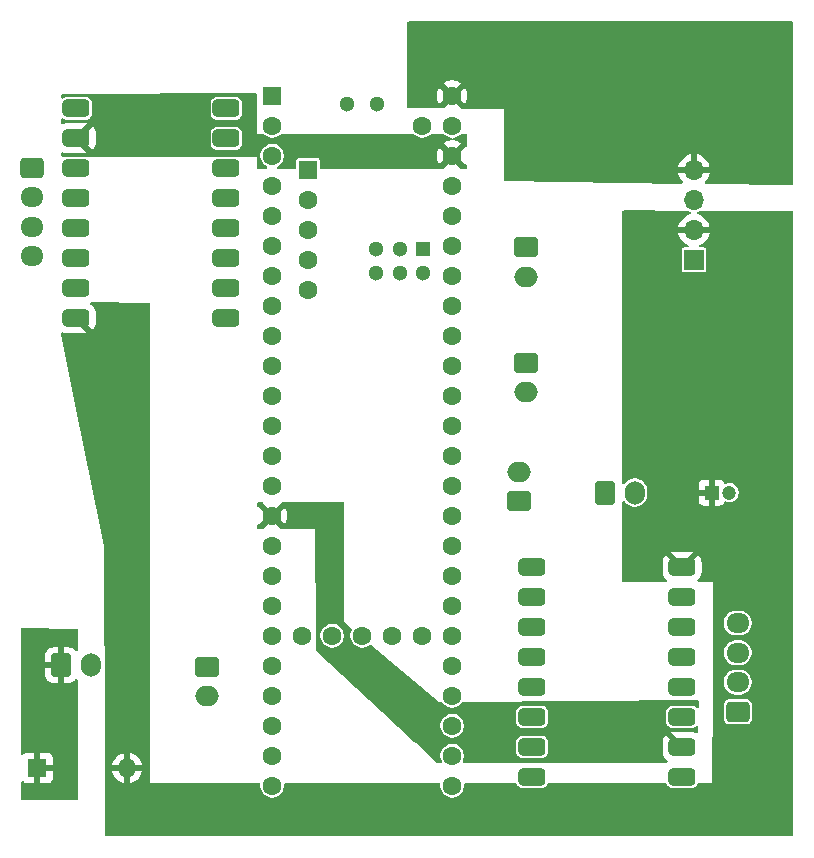
<source format=gbr>
%TF.GenerationSoftware,KiCad,Pcbnew,9.0.1*%
%TF.CreationDate,2025-05-12T19:20:38-04:00*%
%TF.ProjectId,science-board-new,73636965-6e63-4652-9d62-6f6172642d6e,rev?*%
%TF.SameCoordinates,Original*%
%TF.FileFunction,Copper,L3,Inr*%
%TF.FilePolarity,Positive*%
%FSLAX46Y46*%
G04 Gerber Fmt 4.6, Leading zero omitted, Abs format (unit mm)*
G04 Created by KiCad (PCBNEW 9.0.1) date 2025-05-12 19:20:38*
%MOMM*%
%LPD*%
G01*
G04 APERTURE LIST*
G04 Aperture macros list*
%AMRoundRect*
0 Rectangle with rounded corners*
0 $1 Rounding radius*
0 $2 $3 $4 $5 $6 $7 $8 $9 X,Y pos of 4 corners*
0 Add a 4 corners polygon primitive as box body*
4,1,4,$2,$3,$4,$5,$6,$7,$8,$9,$2,$3,0*
0 Add four circle primitives for the rounded corners*
1,1,$1+$1,$2,$3*
1,1,$1+$1,$4,$5*
1,1,$1+$1,$6,$7*
1,1,$1+$1,$8,$9*
0 Add four rect primitives between the rounded corners*
20,1,$1+$1,$2,$3,$4,$5,0*
20,1,$1+$1,$4,$5,$6,$7,0*
20,1,$1+$1,$6,$7,$8,$9,0*
20,1,$1+$1,$8,$9,$2,$3,0*%
G04 Aperture macros list end*
%TA.AperFunction,ComponentPad*%
%ADD10O,1.600000X1.600000*%
%TD*%
%TA.AperFunction,ComponentPad*%
%ADD11R,1.600000X1.600000*%
%TD*%
%TA.AperFunction,ComponentPad*%
%ADD12O,1.700000X2.000000*%
%TD*%
%TA.AperFunction,ComponentPad*%
%ADD13RoundRect,0.250000X-0.600000X-0.750000X0.600000X-0.750000X0.600000X0.750000X-0.600000X0.750000X0*%
%TD*%
%TA.AperFunction,ComponentPad*%
%ADD14R,1.700000X1.700000*%
%TD*%
%TA.AperFunction,ComponentPad*%
%ADD15O,1.700000X1.700000*%
%TD*%
%TA.AperFunction,ComponentPad*%
%ADD16RoundRect,0.250000X0.725000X-0.600000X0.725000X0.600000X-0.725000X0.600000X-0.725000X-0.600000X0*%
%TD*%
%TA.AperFunction,ComponentPad*%
%ADD17O,1.950000X1.700000*%
%TD*%
%TA.AperFunction,ComponentPad*%
%ADD18RoundRect,0.381000X0.762000X0.381000X-0.762000X0.381000X-0.762000X-0.381000X0.762000X-0.381000X0*%
%TD*%
%TA.AperFunction,ComponentPad*%
%ADD19RoundRect,0.381000X-0.762000X-0.381000X0.762000X-0.381000X0.762000X0.381000X-0.762000X0.381000X0*%
%TD*%
%TA.AperFunction,ComponentPad*%
%ADD20RoundRect,0.250000X-0.750000X0.600000X-0.750000X-0.600000X0.750000X-0.600000X0.750000X0.600000X0*%
%TD*%
%TA.AperFunction,ComponentPad*%
%ADD21O,2.000000X1.700000*%
%TD*%
%TA.AperFunction,ComponentPad*%
%ADD22C,1.600000*%
%TD*%
%TA.AperFunction,ComponentPad*%
%ADD23R,1.300000X1.300000*%
%TD*%
%TA.AperFunction,ComponentPad*%
%ADD24C,1.300000*%
%TD*%
%TA.AperFunction,ComponentPad*%
%ADD25R,1.200000X1.200000*%
%TD*%
%TA.AperFunction,ComponentPad*%
%ADD26C,1.200000*%
%TD*%
%TA.AperFunction,ComponentPad*%
%ADD27RoundRect,0.250000X-0.725000X0.600000X-0.725000X-0.600000X0.725000X-0.600000X0.725000X0.600000X0*%
%TD*%
%TA.AperFunction,ComponentPad*%
%ADD28RoundRect,0.250000X0.750000X-0.600000X0.750000X0.600000X-0.750000X0.600000X-0.750000X-0.600000X0*%
%TD*%
%TA.AperFunction,Conductor*%
%ADD29C,0.200000*%
%TD*%
G04 APERTURE END LIST*
D10*
%TO.N,Net-(24To5V1-Vin)*%
%TO.C,Switch1*%
X78102500Y-128700000D03*
D11*
%TO.N,Net-(24V1-Pin_1)*%
X70482500Y-128700000D03*
%TD*%
D12*
%TO.N,/GND_Teensy*%
%TO.C,24V1*%
X75000000Y-120000000D03*
D13*
%TO.N,Net-(24V1-Pin_1)*%
X72500000Y-120000000D03*
%TD*%
%TO.N,/TX_Serial_3*%
%TO.C,Serial3*%
X118580000Y-105390000D03*
D12*
%TO.N,/RX_Serial_3*%
X121080000Y-105390000D03*
%TD*%
D14*
%TO.N,unconnected-(24To5V1-SHDN-Pad1)*%
%TO.C,24To5V1*%
X126080000Y-85690000D03*
D15*
%TO.N,Net-(24To5V1-Vin)*%
X126080000Y-83150000D03*
%TO.N,/GND_Teensy*%
X126080000Y-80610000D03*
%TO.N,Net-(24To5V1-Vout)*%
X126080000Y-78070000D03*
%TD*%
D16*
%TO.N,Net-(Stepper2-Pin_1)*%
%TO.C,Stepper2*%
X129800000Y-123940000D03*
D17*
%TO.N,Net-(Stepper2-Pin_2)*%
X129800000Y-121440000D03*
%TO.N,Net-(Stepper2-Pin_3)*%
X129800000Y-118940000D03*
%TO.N,Net-(Stepper2-Pin_4)*%
X129800000Y-116440000D03*
%TD*%
D18*
%TO.N,/OUT_2*%
%TO.C,StepperController1*%
X86500000Y-90640000D03*
%TO.N,unconnected-(StepperController1-MS1-Pad2)*%
X86500000Y-88100000D03*
%TO.N,unconnected-(StepperController1-MS2-Pad3)*%
X86500000Y-85560000D03*
%TO.N,/TX_Stepper_Motor_1*%
X86500000Y-83020000D03*
%TO.N,/RX_Stepper_Motor_1*%
X86500000Y-80480000D03*
%TO.N,unconnected-(StepperController1-CLK-Pad6)*%
X86500000Y-77940000D03*
%TO.N,/STEP_Stepper_Motor_1*%
X86500000Y-75400000D03*
%TO.N,/DIR_Stepper_Motor_1*%
X86500000Y-72860000D03*
%TO.N,Net-(24To5V1-Vin)*%
X73800000Y-90640000D03*
%TO.N,/GND_Teensy*%
X73800000Y-88100000D03*
%TO.N,Net-(Stepper1-Pin_4)*%
X73800000Y-85560000D03*
%TO.N,Net-(Stepper1-Pin_3)*%
X73800000Y-83020000D03*
%TO.N,Net-(Stepper1-Pin_2)*%
X73800000Y-80480000D03*
%TO.N,Net-(Stepper1-Pin_1)*%
X73800000Y-77940000D03*
%TO.N,/3v3_Stepper_Motor_1*%
X73800000Y-75400000D03*
%TO.N,/GND_Teensy*%
X73800000Y-72860000D03*
%TD*%
D19*
%TO.N,/OUT_1*%
%TO.C,StepperController2*%
X112380000Y-111690000D03*
%TO.N,unconnected-(StepperController2-MS1-Pad2)*%
X112380000Y-114230000D03*
%TO.N,unconnected-(StepperController2-MS2-Pad3)*%
X112380000Y-116770000D03*
%TO.N,/TX_Stepper_Motor_2*%
X112380000Y-119310000D03*
%TO.N,/RX_Stepper_Motor_2*%
X112380000Y-121850000D03*
%TO.N,unconnected-(StepperController2-CLK-Pad6)*%
X112380000Y-124390000D03*
%TO.N,/STEP_Stepper_Motor_2*%
X112380000Y-126930000D03*
%TO.N,/DIR_Stepper_Motor_2*%
X112380000Y-129470000D03*
%TO.N,Net-(24To5V1-Vin)*%
X125080000Y-111690000D03*
%TO.N,/GND_Teensy*%
X125080000Y-114230000D03*
%TO.N,Net-(Stepper2-Pin_4)*%
X125080000Y-116770000D03*
%TO.N,Net-(Stepper2-Pin_3)*%
X125080000Y-119310000D03*
%TO.N,Net-(Stepper2-Pin_2)*%
X125080000Y-121850000D03*
%TO.N,Net-(Stepper2-Pin_1)*%
X125080000Y-124390000D03*
%TO.N,/3v3_Stepper_Motor_2*%
X125080000Y-126930000D03*
%TO.N,/GND_Teensy*%
X125080000Y-129470000D03*
%TD*%
D20*
%TO.N,/RX_drill*%
%TO.C,BrushedMotorControllerSerial1*%
X84880000Y-120140000D03*
D21*
%TO.N,/TX_drill*%
X84880000Y-122640000D03*
%TD*%
D11*
%TO.N,/GND_Teensy*%
%TO.C,U1*%
X90370000Y-71790000D03*
D22*
%TO.N,/RX_Stepper_Motor_1*%
X90370000Y-74330000D03*
%TO.N,/TX_Stepper_Motor_1*%
X90370000Y-76870000D03*
%TO.N,/OUT_2*%
X90370000Y-79410000D03*
%TO.N,unconnected-(U1-3_LRCLK2-Pad5)*%
X90370000Y-81950000D03*
%TO.N,unconnected-(U1-4_BCLK2-Pad6)*%
X90370000Y-84490000D03*
%TO.N,unconnected-(U1-5_IN2-Pad7)*%
X90370000Y-87030000D03*
%TO.N,unconnected-(U1-6_OUT1D-Pad8)*%
X90370000Y-89570000D03*
%TO.N,/RX_Stepper_Motor_2*%
X90370000Y-92110000D03*
%TO.N,/TX_Stepper_Motor_2*%
X90370000Y-94650000D03*
%TO.N,/OUT_1*%
X90370000Y-97190000D03*
%TO.N,/DIR_Stepper_Motor_2*%
X90370000Y-99730000D03*
%TO.N,/STEP_Stepper_Motor_2*%
X90370000Y-102270000D03*
%TO.N,/STEP_Stepper_Motor_1*%
X90370000Y-104810000D03*
%TO.N,/3v3_Stepper_Motor_2*%
X90370000Y-107350000D03*
%TO.N,unconnected-(U1-24_A10_TX6_SCL2-Pad16)*%
X90370000Y-109890000D03*
%TO.N,unconnected-(U1-25_A11_RX6_SDA2-Pad17)*%
X90370000Y-112430000D03*
%TO.N,unconnected-(U1-26_A12_MOSI1-Pad18)*%
X90370000Y-114970000D03*
%TO.N,/DIR_Stepper_Motor_1*%
X90370000Y-117510000D03*
%TO.N,/RX_drill*%
X90370000Y-120050000D03*
%TO.N,/TX_drill*%
X90370000Y-122590000D03*
%TO.N,unconnected-(U1-30_CRX3-Pad22)*%
X90370000Y-125130000D03*
%TO.N,unconnected-(U1-31_CTX3-Pad23)*%
X90370000Y-127670000D03*
%TO.N,unconnected-(U1-32_OUT1B-Pad24)*%
X90370000Y-130210000D03*
%TO.N,unconnected-(U1-33_MCLK2-Pad25)*%
X105610000Y-130210000D03*
%TO.N,/RX_Serial_3*%
X105610000Y-127670000D03*
%TO.N,/TX_Serial_3*%
X105610000Y-125130000D03*
%TO.N,unconnected-(U1-36_CS-Pad28)*%
X105610000Y-122590000D03*
%TO.N,unconnected-(U1-37_CS-Pad29)*%
X105610000Y-120050000D03*
%TO.N,unconnected-(U1-38_CS1_IN1-Pad30)*%
X105610000Y-117510000D03*
%TO.N,unconnected-(U1-39_MISO1_OUT1A-Pad31)*%
X105610000Y-114970000D03*
%TO.N,unconnected-(U1-40_A16-Pad32)*%
X105610000Y-112430000D03*
%TO.N,unconnected-(U1-41_A17-Pad33)*%
X105610000Y-109890000D03*
%TO.N,/GND_Teensy*%
X105610000Y-107350000D03*
%TO.N,unconnected-(U1-13_SCK_LED-Pad35)*%
X105610000Y-104810000D03*
%TO.N,/TX_Serial_2*%
X105610000Y-102270000D03*
%TO.N,/RX_Serial_2*%
X105610000Y-99730000D03*
%TO.N,/RX_Serial_1*%
X105610000Y-97190000D03*
%TO.N,/TX_Serial_1*%
X105610000Y-94650000D03*
%TO.N,unconnected-(U1-18_A4_SDA-Pad40)*%
X105610000Y-92110000D03*
%TO.N,unconnected-(U1-19_A5_SCL-Pad41)*%
X105610000Y-89570000D03*
%TO.N,/TX_5_H_Bridge*%
X105610000Y-87030000D03*
%TO.N,/RX_5_H_Bridge*%
X105610000Y-84490000D03*
%TO.N,unconnected-(U1-22_A8_CTX1-Pad44)*%
X105610000Y-81950000D03*
%TO.N,unconnected-(U1-23_A9_CRX1_MCLK1-Pad45)*%
X105610000Y-79410000D03*
%TO.N,/3v3_Stepper_Motor_1*%
X105610000Y-76870000D03*
%TO.N,/GND_Teensy*%
X105610000Y-74330000D03*
%TO.N,Net-(24To5V1-Vout)*%
X105610000Y-71790000D03*
%TO.N,unconnected-(U1-VUSB-Pad49)*%
X103070000Y-74330000D03*
%TO.N,unconnected-(U1-VBAT-Pad50)*%
X92910000Y-117510000D03*
%TO.N,unconnected-(U1-3V3-Pad51)*%
X95450000Y-117510000D03*
%TO.N,unconnected-(U1-GND-Pad52)*%
X97990000Y-117510000D03*
%TO.N,unconnected-(U1-PROGRAM-Pad53)*%
X100530000Y-117510000D03*
%TO.N,unconnected-(U1-ON_OFF-Pad54)*%
X103070000Y-117510000D03*
D11*
%TO.N,unconnected-(U1-5V-Pad55)*%
X93420800Y-78089200D03*
D22*
%TO.N,unconnected-(U1-D--Pad56)*%
X93420800Y-80629200D03*
%TO.N,unconnected-(U1-D+-Pad57)*%
X93420800Y-83169200D03*
%TO.N,unconnected-(U1-GND-Pad58)*%
X93420800Y-85709200D03*
%TO.N,unconnected-(U1-GND-Pad59)*%
X93420800Y-88249200D03*
D23*
%TO.N,unconnected-(U1-R+-Pad60)*%
X103171600Y-84760000D03*
D24*
%TO.N,unconnected-(U1-LED-Pad61)*%
X101171600Y-84760000D03*
%TO.N,unconnected-(U1-T--Pad62)*%
X99171600Y-84760000D03*
%TO.N,unconnected-(U1-T+-Pad63)*%
X99171600Y-86760000D03*
%TO.N,unconnected-(U1-GND-Pad64)*%
X101171600Y-86760000D03*
%TO.N,unconnected-(U1-R--Pad65)*%
X103171600Y-86760000D03*
%TO.N,unconnected-(U1-D--Pad66)*%
X99260000Y-72520000D03*
%TO.N,unconnected-(U1-D+-Pad67)*%
X96720000Y-72520000D03*
%TD*%
D25*
%TO.N,Net-(24To5V1-Vin)*%
%TO.C,C1*%
X127580000Y-105390000D03*
D26*
%TO.N,/GND_Teensy*%
X129080000Y-105390000D03*
%TD*%
D20*
%TO.N,/TX_Serial_1*%
%TO.C,Serial1*%
X111880000Y-94390000D03*
D21*
%TO.N,/RX_Serial_1*%
X111880000Y-96890000D03*
%TD*%
D27*
%TO.N,Net-(Stepper1-Pin_1)*%
%TO.C,Stepper1*%
X70080000Y-77890000D03*
D17*
%TO.N,Net-(Stepper1-Pin_2)*%
X70080000Y-80390000D03*
%TO.N,Net-(Stepper1-Pin_3)*%
X70080000Y-82890000D03*
%TO.N,Net-(Stepper1-Pin_4)*%
X70080000Y-85390000D03*
%TD*%
D28*
%TO.N,/TX_Serial_2*%
%TO.C,Serial2*%
X111280000Y-106140000D03*
D21*
%TO.N,/RX_Serial_2*%
X111280000Y-103640000D03*
%TD*%
D20*
%TO.N,/RX_5_H_Bridge*%
%TO.C,H_Bridge_Serial1*%
X111880000Y-84640000D03*
D21*
%TO.N,/TX_5_H_Bridge*%
X111880000Y-87140000D03*
%TD*%
D29*
%TO.N,Net-(24V1-Pin_1)*%
X72500000Y-120000000D02*
X72900000Y-119600000D01*
%TD*%
%TA.AperFunction,Conductor*%
%TO.N,/3v3_Stepper_Motor_2*%
G36*
X96392328Y-106170077D02*
G01*
X96438441Y-106222568D01*
X96450000Y-106274846D01*
X96450000Y-116350000D01*
X97076156Y-116878927D01*
X97114665Y-116937224D01*
X97115544Y-117007088D01*
X97105499Y-117032098D01*
X97103368Y-117036085D01*
X97027950Y-117218160D01*
X97027947Y-117218170D01*
X96989500Y-117411456D01*
X96989500Y-117411459D01*
X96989500Y-117608541D01*
X96989500Y-117608543D01*
X96989499Y-117608543D01*
X97027947Y-117801829D01*
X97027950Y-117801839D01*
X97103364Y-117983907D01*
X97103371Y-117983920D01*
X97212860Y-118147781D01*
X97212863Y-118147785D01*
X97352214Y-118287136D01*
X97352218Y-118287139D01*
X97516079Y-118396628D01*
X97516092Y-118396635D01*
X97698160Y-118472049D01*
X97698165Y-118472051D01*
X97698169Y-118472051D01*
X97698170Y-118472052D01*
X97891456Y-118510500D01*
X97891459Y-118510500D01*
X98088543Y-118510500D01*
X98218582Y-118484632D01*
X98281835Y-118472051D01*
X98463914Y-118396632D01*
X98614636Y-118295922D01*
X98681312Y-118275045D01*
X98748692Y-118293529D01*
X98763543Y-118304297D01*
X104500000Y-123150000D01*
X104712191Y-123148070D01*
X104779404Y-123167144D01*
X104816418Y-123203174D01*
X104832860Y-123227781D01*
X104832863Y-123227785D01*
X104972214Y-123367136D01*
X104972218Y-123367139D01*
X105136079Y-123476628D01*
X105136092Y-123476635D01*
X105274629Y-123534018D01*
X105318165Y-123552051D01*
X105318169Y-123552051D01*
X105318170Y-123552052D01*
X105511456Y-123590500D01*
X105511459Y-123590500D01*
X105708543Y-123590500D01*
X105838582Y-123564632D01*
X105901835Y-123552051D01*
X106083914Y-123476632D01*
X106247782Y-123367139D01*
X106387139Y-123227782D01*
X106414542Y-123186770D01*
X106468152Y-123141966D01*
X106516510Y-123131668D01*
X126372489Y-122951159D01*
X126439704Y-122970233D01*
X126485937Y-123022619D01*
X126497594Y-123077493D01*
X126488980Y-123534018D01*
X126468034Y-123600674D01*
X126414376Y-123645425D01*
X126345043Y-123654062D01*
X126282046Y-123623843D01*
X126266626Y-123607165D01*
X126256731Y-123594269D01*
X126135259Y-123501061D01*
X126135258Y-123501060D01*
X126052395Y-123466737D01*
X125993802Y-123442467D01*
X125979591Y-123440596D01*
X125880123Y-123427500D01*
X125880116Y-123427500D01*
X124279884Y-123427500D01*
X124279876Y-123427500D01*
X124166198Y-123442467D01*
X124166197Y-123442467D01*
X124024741Y-123501060D01*
X123903269Y-123594269D01*
X123810060Y-123715741D01*
X123751467Y-123857197D01*
X123751467Y-123857198D01*
X123736500Y-123970876D01*
X123736500Y-124809123D01*
X123751467Y-124922801D01*
X123751467Y-124922802D01*
X123810060Y-125064258D01*
X123810061Y-125064259D01*
X123903269Y-125185731D01*
X124024741Y-125278939D01*
X124166198Y-125337533D01*
X124279884Y-125352500D01*
X124279891Y-125352500D01*
X125880109Y-125352500D01*
X125880116Y-125352500D01*
X125993802Y-125337533D01*
X126135259Y-125278939D01*
X126256450Y-125185946D01*
X126321615Y-125160754D01*
X126390060Y-125174792D01*
X126440050Y-125223606D01*
X126455911Y-125286663D01*
X126448698Y-125668934D01*
X126427752Y-125735590D01*
X126374094Y-125780341D01*
X126304761Y-125788978D01*
X126269626Y-125777683D01*
X126147604Y-125717166D01*
X125961638Y-125670918D01*
X125961642Y-125670918D01*
X125918604Y-125668000D01*
X124241394Y-125668000D01*
X124241390Y-125668001D01*
X124198370Y-125670917D01*
X124198367Y-125670917D01*
X124179228Y-125675676D01*
X124843991Y-126340439D01*
X124779215Y-126367271D01*
X124675211Y-126436764D01*
X124586764Y-126525211D01*
X124517271Y-126629215D01*
X124490439Y-126693991D01*
X123706581Y-125910133D01*
X123691370Y-125922362D01*
X123691362Y-125922369D01*
X123571307Y-126071724D01*
X123486165Y-126243397D01*
X123439918Y-126429359D01*
X123437000Y-126472395D01*
X123437000Y-127387605D01*
X123437001Y-127387609D01*
X123439917Y-127430632D01*
X123439917Y-127430634D01*
X123486165Y-127616602D01*
X123571307Y-127788275D01*
X123691365Y-127937633D01*
X123691366Y-127937634D01*
X123812985Y-128035394D01*
X123852904Y-128092737D01*
X123855484Y-128162559D01*
X123819906Y-128222692D01*
X123757465Y-128254044D01*
X123735579Y-128256041D01*
X106619971Y-128294851D01*
X106552887Y-128275318D01*
X106507013Y-128222618D01*
X106496912Y-128153482D01*
X106505127Y-128123404D01*
X106572051Y-127961835D01*
X106610500Y-127768541D01*
X106610500Y-127571459D01*
X106610500Y-127571456D01*
X106572052Y-127378170D01*
X106572051Y-127378169D01*
X106572051Y-127378165D01*
X106511005Y-127230785D01*
X106496635Y-127196092D01*
X106496628Y-127196079D01*
X106387139Y-127032218D01*
X106387136Y-127032214D01*
X106247785Y-126892863D01*
X106247781Y-126892860D01*
X106083920Y-126783371D01*
X106083907Y-126783364D01*
X105901839Y-126707950D01*
X105901829Y-126707947D01*
X105708543Y-126669500D01*
X105708541Y-126669500D01*
X105511459Y-126669500D01*
X105511457Y-126669500D01*
X105318170Y-126707947D01*
X105318160Y-126707950D01*
X105136092Y-126783364D01*
X105136079Y-126783371D01*
X104972218Y-126892860D01*
X104972214Y-126892863D01*
X104832863Y-127032214D01*
X104832860Y-127032218D01*
X104723371Y-127196079D01*
X104723364Y-127196092D01*
X104647950Y-127378160D01*
X104647947Y-127378170D01*
X104609500Y-127571456D01*
X104609500Y-127571459D01*
X104609500Y-127768541D01*
X104609500Y-127768543D01*
X104609499Y-127768543D01*
X104647947Y-127961829D01*
X104647950Y-127961839D01*
X104716765Y-128127975D01*
X104720257Y-128160461D01*
X104724982Y-128192796D01*
X104723973Y-128195018D01*
X104724234Y-128197444D01*
X104709612Y-128226651D01*
X104696101Y-128256417D01*
X104694049Y-128257741D01*
X104692958Y-128259923D01*
X104664875Y-128276584D01*
X104637409Y-128294325D01*
X104634180Y-128294796D01*
X104632869Y-128295575D01*
X104602485Y-128299427D01*
X104398801Y-128299889D01*
X104331717Y-128280356D01*
X104314212Y-128266818D01*
X102514070Y-126597754D01*
X102420369Y-126510876D01*
X111036500Y-126510876D01*
X111036500Y-127349123D01*
X111051467Y-127462801D01*
X111051467Y-127462802D01*
X111110060Y-127604258D01*
X111110061Y-127604259D01*
X111203269Y-127725731D01*
X111324741Y-127818939D01*
X111466198Y-127877533D01*
X111579884Y-127892500D01*
X111579891Y-127892500D01*
X113180109Y-127892500D01*
X113180116Y-127892500D01*
X113293802Y-127877533D01*
X113435259Y-127818939D01*
X113556731Y-127725731D01*
X113649939Y-127604259D01*
X113708533Y-127462802D01*
X113723500Y-127349116D01*
X113723500Y-126510884D01*
X113708533Y-126397198D01*
X113649939Y-126255741D01*
X113556731Y-126134269D01*
X113435259Y-126041061D01*
X113435258Y-126041060D01*
X113352395Y-126006737D01*
X113293802Y-125982467D01*
X113279591Y-125980596D01*
X113180123Y-125967500D01*
X113180116Y-125967500D01*
X111579884Y-125967500D01*
X111579876Y-125967500D01*
X111466198Y-125982467D01*
X111466197Y-125982467D01*
X111324741Y-126041060D01*
X111203269Y-126134269D01*
X111110060Y-126255741D01*
X111051467Y-126397197D01*
X111051467Y-126397198D01*
X111036500Y-126510876D01*
X102420369Y-126510876D01*
X101037329Y-125228543D01*
X104609499Y-125228543D01*
X104647947Y-125421829D01*
X104647950Y-125421839D01*
X104723364Y-125603907D01*
X104723371Y-125603920D01*
X104832860Y-125767781D01*
X104832863Y-125767785D01*
X104972214Y-125907136D01*
X104972218Y-125907139D01*
X105136079Y-126016628D01*
X105136092Y-126016635D01*
X105318160Y-126092049D01*
X105318165Y-126092051D01*
X105318169Y-126092051D01*
X105318170Y-126092052D01*
X105511456Y-126130500D01*
X105511459Y-126130500D01*
X105708543Y-126130500D01*
X105838582Y-126104632D01*
X105901835Y-126092051D01*
X106083914Y-126016632D01*
X106247782Y-125907139D01*
X106387139Y-125767782D01*
X106496632Y-125603914D01*
X106572051Y-125421835D01*
X106610500Y-125228541D01*
X106610500Y-125031459D01*
X106610500Y-125031456D01*
X106572052Y-124838170D01*
X106572051Y-124838169D01*
X106572051Y-124838165D01*
X106560016Y-124809109D01*
X106496635Y-124656092D01*
X106496628Y-124656079D01*
X106387139Y-124492218D01*
X106387136Y-124492214D01*
X106247785Y-124352863D01*
X106247781Y-124352860D01*
X106083920Y-124243371D01*
X106083907Y-124243364D01*
X105901839Y-124167950D01*
X105901829Y-124167947D01*
X105708543Y-124129500D01*
X105708541Y-124129500D01*
X105511459Y-124129500D01*
X105511457Y-124129500D01*
X105318170Y-124167947D01*
X105318160Y-124167950D01*
X105136092Y-124243364D01*
X105136079Y-124243371D01*
X104972218Y-124352860D01*
X104972214Y-124352863D01*
X104832863Y-124492214D01*
X104832860Y-124492218D01*
X104723371Y-124656079D01*
X104723364Y-124656092D01*
X104647950Y-124838160D01*
X104647947Y-124838170D01*
X104609500Y-125031456D01*
X104609500Y-125031459D01*
X104609500Y-125228541D01*
X104609500Y-125228543D01*
X104609499Y-125228543D01*
X101037329Y-125228543D01*
X100916267Y-125116296D01*
X100419907Y-124656079D01*
X99680892Y-123970876D01*
X111036500Y-123970876D01*
X111036500Y-124809123D01*
X111051467Y-124922801D01*
X111051467Y-124922802D01*
X111110060Y-125064258D01*
X111110061Y-125064259D01*
X111203269Y-125185731D01*
X111324741Y-125278939D01*
X111466198Y-125337533D01*
X111579884Y-125352500D01*
X111579891Y-125352500D01*
X113180109Y-125352500D01*
X113180116Y-125352500D01*
X113293802Y-125337533D01*
X113435259Y-125278939D01*
X113556731Y-125185731D01*
X113649939Y-125064259D01*
X113708533Y-124922802D01*
X113723500Y-124809116D01*
X113723500Y-123970884D01*
X113708533Y-123857198D01*
X113649939Y-123715741D01*
X113556731Y-123594269D01*
X113435259Y-123501061D01*
X113435258Y-123501060D01*
X113352395Y-123466737D01*
X113293802Y-123442467D01*
X113279591Y-123440596D01*
X113180123Y-123427500D01*
X113180116Y-123427500D01*
X111579884Y-123427500D01*
X111579876Y-123427500D01*
X111466198Y-123442467D01*
X111466197Y-123442467D01*
X111324741Y-123501060D01*
X111203269Y-123594269D01*
X111110060Y-123715741D01*
X111051467Y-123857197D01*
X111051467Y-123857198D01*
X111036500Y-123970876D01*
X99680892Y-123970876D01*
X94089428Y-118786557D01*
X94053651Y-118726542D01*
X94049737Y-118696238D01*
X94044431Y-117608543D01*
X94449499Y-117608543D01*
X94487947Y-117801829D01*
X94487950Y-117801839D01*
X94563364Y-117983907D01*
X94563371Y-117983920D01*
X94672860Y-118147781D01*
X94672863Y-118147785D01*
X94812214Y-118287136D01*
X94812218Y-118287139D01*
X94976079Y-118396628D01*
X94976092Y-118396635D01*
X95158160Y-118472049D01*
X95158165Y-118472051D01*
X95158169Y-118472051D01*
X95158170Y-118472052D01*
X95351456Y-118510500D01*
X95351459Y-118510500D01*
X95548543Y-118510500D01*
X95678582Y-118484632D01*
X95741835Y-118472051D01*
X95923914Y-118396632D01*
X96087782Y-118287139D01*
X96227139Y-118147782D01*
X96336632Y-117983914D01*
X96412051Y-117801835D01*
X96450500Y-117608541D01*
X96450500Y-117411459D01*
X96450500Y-117411456D01*
X96412052Y-117218170D01*
X96412051Y-117218169D01*
X96412051Y-117218165D01*
X96400019Y-117189116D01*
X96336635Y-117036092D01*
X96336628Y-117036079D01*
X96227139Y-116872218D01*
X96227136Y-116872214D01*
X96087785Y-116732863D01*
X96087781Y-116732860D01*
X95923920Y-116623371D01*
X95923907Y-116623364D01*
X95741839Y-116547950D01*
X95741829Y-116547947D01*
X95548543Y-116509500D01*
X95548541Y-116509500D01*
X95351459Y-116509500D01*
X95351457Y-116509500D01*
X95158170Y-116547947D01*
X95158160Y-116547950D01*
X94976092Y-116623364D01*
X94976079Y-116623371D01*
X94812218Y-116732860D01*
X94812214Y-116732863D01*
X94672863Y-116872214D01*
X94672860Y-116872218D01*
X94563371Y-117036079D01*
X94563364Y-117036092D01*
X94487950Y-117218160D01*
X94487947Y-117218170D01*
X94449500Y-117411456D01*
X94449500Y-117411459D01*
X94449500Y-117608541D01*
X94449500Y-117608543D01*
X94449499Y-117608543D01*
X94044431Y-117608543D01*
X94000000Y-108500000D01*
X91217810Y-108500000D01*
X91150771Y-108480315D01*
X91130129Y-108463681D01*
X90540234Y-107873787D01*
X90582292Y-107862518D01*
X90707708Y-107790110D01*
X90810110Y-107687708D01*
X90882518Y-107562292D01*
X90893787Y-107520234D01*
X91449474Y-108075921D01*
X91481859Y-108031349D01*
X91574755Y-107849031D01*
X91637990Y-107654417D01*
X91670000Y-107452317D01*
X91670000Y-107247682D01*
X91637990Y-107045582D01*
X91574755Y-106850968D01*
X91481859Y-106668650D01*
X91449474Y-106624077D01*
X91449474Y-106624076D01*
X90893787Y-107179764D01*
X90882518Y-107137708D01*
X90810110Y-107012292D01*
X90707708Y-106909890D01*
X90582292Y-106837482D01*
X90540233Y-106826212D01*
X91113744Y-106252702D01*
X91114121Y-106250911D01*
X91163170Y-106201153D01*
X91222522Y-106185561D01*
X96325157Y-106150849D01*
X96392328Y-106170077D01*
G37*
%TD.AperFunction*%
%TA.AperFunction,Conductor*%
G36*
X89857482Y-107562292D02*
G01*
X89929890Y-107687708D01*
X90032292Y-107790110D01*
X90157708Y-107862518D01*
X90199765Y-107873787D01*
X89609870Y-108463681D01*
X89548547Y-108497166D01*
X89522189Y-108500000D01*
X89224000Y-108500000D01*
X89215314Y-108497449D01*
X89206353Y-108498738D01*
X89182312Y-108487759D01*
X89156961Y-108480315D01*
X89151033Y-108473474D01*
X89142797Y-108469713D01*
X89128507Y-108447478D01*
X89111206Y-108427511D01*
X89108918Y-108416996D01*
X89105023Y-108410935D01*
X89100000Y-108376000D01*
X89100000Y-108195070D01*
X89119685Y-108128031D01*
X89172489Y-108082276D01*
X89233729Y-108071452D01*
X89290525Y-108075921D01*
X89846212Y-107520233D01*
X89857482Y-107562292D01*
G37*
%TD.AperFunction*%
%TA.AperFunction,Conductor*%
G36*
X89585669Y-106216381D02*
G01*
X89607022Y-106233469D01*
X90199765Y-106826212D01*
X90157708Y-106837482D01*
X90032292Y-106909890D01*
X89929890Y-107012292D01*
X89857482Y-107137708D01*
X89846212Y-107179765D01*
X89290524Y-106624077D01*
X89233729Y-106628547D01*
X89220118Y-106625687D01*
X89206353Y-106627667D01*
X89186601Y-106618646D01*
X89165352Y-106614183D01*
X89155448Y-106604419D01*
X89142797Y-106598642D01*
X89131056Y-106580373D01*
X89115595Y-106565131D01*
X89111768Y-106550360D01*
X89105023Y-106539864D01*
X89100000Y-106504929D01*
X89100000Y-106323159D01*
X89119685Y-106256120D01*
X89172489Y-106210365D01*
X89223156Y-106199162D01*
X89518498Y-106197153D01*
X89585669Y-106216381D01*
G37*
%TD.AperFunction*%
%TD*%
%TA.AperFunction,Conductor*%
%TO.N,Net-(24To5V1-Vin)*%
G36*
X125511421Y-81518371D02*
G01*
X125518625Y-81520512D01*
X125526043Y-81519285D01*
X125560111Y-81528507D01*
X125570495Y-81532985D01*
X125582402Y-81540941D01*
X125747980Y-81609526D01*
X125748759Y-81609862D01*
X125774993Y-81631636D01*
X125801511Y-81653005D01*
X125801805Y-81653889D01*
X125802523Y-81654485D01*
X125812816Y-81686973D01*
X125823576Y-81719299D01*
X125823345Y-81720202D01*
X125823627Y-81721091D01*
X125814725Y-81753976D01*
X125806297Y-81786998D01*
X125805614Y-81787633D01*
X125805371Y-81788533D01*
X125780103Y-81811385D01*
X125755160Y-81834609D01*
X125754242Y-81834774D01*
X125753551Y-81835400D01*
X125737974Y-81841656D01*
X125561781Y-81898905D01*
X125372442Y-81995379D01*
X125200540Y-82120272D01*
X125200535Y-82120276D01*
X125050276Y-82270535D01*
X125050272Y-82270540D01*
X124925379Y-82442442D01*
X124828904Y-82631782D01*
X124763242Y-82833870D01*
X124763242Y-82833873D01*
X124752769Y-82900000D01*
X125646988Y-82900000D01*
X125614075Y-82957007D01*
X125580000Y-83084174D01*
X125580000Y-83215826D01*
X125614075Y-83342993D01*
X125646988Y-83400000D01*
X124752769Y-83400000D01*
X124763242Y-83466126D01*
X124763242Y-83466129D01*
X124828904Y-83668217D01*
X124925379Y-83857557D01*
X125050272Y-84029459D01*
X125050276Y-84029464D01*
X125200535Y-84179723D01*
X125200540Y-84179727D01*
X125372442Y-84304620D01*
X125566121Y-84403306D01*
X125565603Y-84404321D01*
X125615808Y-84444779D01*
X125637873Y-84511073D01*
X125620594Y-84578772D01*
X125569458Y-84626383D01*
X125513952Y-84639500D01*
X125210247Y-84639500D01*
X125151770Y-84651131D01*
X125151769Y-84651132D01*
X125085447Y-84695447D01*
X125041132Y-84761769D01*
X125041131Y-84761770D01*
X125029500Y-84820247D01*
X125029500Y-86559752D01*
X125041131Y-86618229D01*
X125041132Y-86618230D01*
X125085447Y-86684552D01*
X125151769Y-86728867D01*
X125151770Y-86728868D01*
X125210247Y-86740499D01*
X125210250Y-86740500D01*
X125210252Y-86740500D01*
X126949750Y-86740500D01*
X126949751Y-86740499D01*
X126964568Y-86737552D01*
X127008229Y-86728868D01*
X127008229Y-86728867D01*
X127008231Y-86728867D01*
X127074552Y-86684552D01*
X127118867Y-86618231D01*
X127118867Y-86618229D01*
X127118868Y-86618229D01*
X127130499Y-86559752D01*
X127130500Y-86559750D01*
X127130500Y-84820249D01*
X127130499Y-84820247D01*
X127118868Y-84761770D01*
X127118867Y-84761769D01*
X127074552Y-84695447D01*
X127008230Y-84651132D01*
X127008229Y-84651131D01*
X126949752Y-84639500D01*
X126949748Y-84639500D01*
X126646048Y-84639500D01*
X126579009Y-84619815D01*
X126533254Y-84567011D01*
X126523310Y-84497853D01*
X126552335Y-84434297D01*
X126594264Y-84404061D01*
X126593879Y-84403306D01*
X126787557Y-84304620D01*
X126959459Y-84179727D01*
X126959464Y-84179723D01*
X127109723Y-84029464D01*
X127109727Y-84029459D01*
X127234620Y-83857557D01*
X127331095Y-83668217D01*
X127396757Y-83466129D01*
X127396757Y-83466126D01*
X127407231Y-83400000D01*
X126513012Y-83400000D01*
X126545925Y-83342993D01*
X126580000Y-83215826D01*
X126580000Y-83084174D01*
X126545925Y-82957007D01*
X126513012Y-82900000D01*
X127407231Y-82900000D01*
X127396757Y-82833873D01*
X127396757Y-82833870D01*
X127331095Y-82631782D01*
X127234620Y-82442442D01*
X127109727Y-82270540D01*
X127109723Y-82270535D01*
X126959464Y-82120276D01*
X126959459Y-82120272D01*
X126787557Y-81995379D01*
X126598216Y-81898904D01*
X126422026Y-81841656D01*
X126400269Y-81826779D01*
X126376602Y-81815176D01*
X126371881Y-81807367D01*
X126364350Y-81802218D01*
X126354088Y-81777937D01*
X126340454Y-81755384D01*
X126340704Y-81746265D01*
X126337152Y-81737860D01*
X126341647Y-81711885D01*
X126342370Y-81685541D01*
X126347510Y-81678004D01*
X126349067Y-81669013D01*
X126366889Y-81649594D01*
X126381742Y-81627820D01*
X126393138Y-81620994D01*
X126396311Y-81617538D01*
X126411945Y-81609560D01*
X126412239Y-81609435D01*
X126577598Y-81540941D01*
X126584181Y-81536542D01*
X126594945Y-81531979D01*
X126618493Y-81529250D01*
X126641111Y-81522164D01*
X126643675Y-81522145D01*
X134375915Y-81547919D01*
X134442887Y-81567827D01*
X134488465Y-81620783D01*
X134499500Y-81671918D01*
X134499500Y-134375500D01*
X134479815Y-134442539D01*
X134427011Y-134488294D01*
X134375500Y-134499500D01*
X76374000Y-134499500D01*
X76306961Y-134479815D01*
X76261206Y-134427011D01*
X76250000Y-134375500D01*
X76250000Y-128450000D01*
X76825891Y-128450000D01*
X77786814Y-128450000D01*
X77782420Y-128454394D01*
X77729759Y-128545606D01*
X77702500Y-128647339D01*
X77702500Y-128752661D01*
X77729759Y-128854394D01*
X77782420Y-128945606D01*
X77786814Y-128950000D01*
X76825891Y-128950000D01*
X76834509Y-129004413D01*
X76897744Y-129199029D01*
X76990640Y-129381349D01*
X77110917Y-129546894D01*
X77110917Y-129546895D01*
X77255604Y-129691582D01*
X77421150Y-129811859D01*
X77603468Y-129904754D01*
X77798078Y-129967988D01*
X77852500Y-129976607D01*
X77852500Y-129015686D01*
X77856894Y-129020080D01*
X77948106Y-129072741D01*
X78049839Y-129100000D01*
X78155161Y-129100000D01*
X78256894Y-129072741D01*
X78348106Y-129020080D01*
X78352500Y-129015686D01*
X78352500Y-129976606D01*
X78406921Y-129967988D01*
X78601531Y-129904754D01*
X78783849Y-129811859D01*
X78949394Y-129691582D01*
X78949395Y-129691582D01*
X79094082Y-129546895D01*
X79094082Y-129546894D01*
X79214359Y-129381349D01*
X79307255Y-129199029D01*
X79370490Y-129004413D01*
X79379109Y-128950000D01*
X78418186Y-128950000D01*
X78422580Y-128945606D01*
X78475241Y-128854394D01*
X78502500Y-128752661D01*
X78502500Y-128647339D01*
X78475241Y-128545606D01*
X78422580Y-128454394D01*
X78418186Y-128450000D01*
X79379109Y-128450000D01*
X79370490Y-128395586D01*
X79307255Y-128200970D01*
X79214359Y-128018650D01*
X79094082Y-127853105D01*
X79094082Y-127853104D01*
X78949395Y-127708417D01*
X78783849Y-127588140D01*
X78601529Y-127495244D01*
X78406913Y-127432009D01*
X78352500Y-127423390D01*
X78352500Y-128384314D01*
X78348106Y-128379920D01*
X78256894Y-128327259D01*
X78155161Y-128300000D01*
X78049839Y-128300000D01*
X77948106Y-128327259D01*
X77856894Y-128379920D01*
X77852500Y-128384314D01*
X77852500Y-127423390D01*
X77798086Y-127432009D01*
X77603470Y-127495244D01*
X77421150Y-127588140D01*
X77255605Y-127708417D01*
X77255604Y-127708417D01*
X77110917Y-127853104D01*
X77110917Y-127853105D01*
X76990640Y-128018650D01*
X76897744Y-128200970D01*
X76834509Y-128395586D01*
X76825891Y-128450000D01*
X76250000Y-128450000D01*
X76250000Y-126799990D01*
X76100000Y-109949999D01*
X74110000Y-100000000D01*
X72502355Y-91961775D01*
X72508510Y-91892180D01*
X72551315Y-91836958D01*
X72617180Y-91813645D01*
X72679042Y-91826372D01*
X72732397Y-91852834D01*
X72918361Y-91899081D01*
X72918357Y-91899081D01*
X72961395Y-91901999D01*
X74638605Y-91901999D01*
X74638609Y-91901998D01*
X74681634Y-91899082D01*
X74700771Y-91894323D01*
X74700771Y-91894322D01*
X74036009Y-91229560D01*
X74100785Y-91202729D01*
X74204789Y-91133236D01*
X74293236Y-91044789D01*
X74362729Y-90940785D01*
X74389560Y-90876008D01*
X75173416Y-91659864D01*
X75173417Y-91659864D01*
X75188631Y-91647635D01*
X75308693Y-91498272D01*
X75393834Y-91326602D01*
X75440081Y-91140640D01*
X75442999Y-91097604D01*
X75442999Y-90182394D01*
X75442998Y-90182390D01*
X75440082Y-90139367D01*
X75440082Y-90139365D01*
X75393834Y-89953397D01*
X75308692Y-89781724D01*
X75188634Y-89632366D01*
X75188633Y-89632365D01*
X75039274Y-89512307D01*
X75039275Y-89512307D01*
X75019442Y-89502471D01*
X74968129Y-89455050D01*
X74950601Y-89387414D01*
X74972421Y-89321039D01*
X75026662Y-89276998D01*
X75075355Y-89267386D01*
X79876821Y-89299184D01*
X79943729Y-89319312D01*
X79989133Y-89372418D01*
X80000000Y-89423181D01*
X80000000Y-130000000D01*
X89245500Y-130000000D01*
X89312539Y-130019685D01*
X89358294Y-130072489D01*
X89369500Y-130124000D01*
X89369500Y-130308541D01*
X89369500Y-130308543D01*
X89369499Y-130308543D01*
X89407947Y-130501829D01*
X89407950Y-130501839D01*
X89483364Y-130683907D01*
X89483371Y-130683920D01*
X89592860Y-130847781D01*
X89592863Y-130847785D01*
X89732214Y-130987136D01*
X89732218Y-130987139D01*
X89896079Y-131096628D01*
X89896092Y-131096635D01*
X90078160Y-131172049D01*
X90078165Y-131172051D01*
X90078169Y-131172051D01*
X90078170Y-131172052D01*
X90271456Y-131210500D01*
X90271459Y-131210500D01*
X90468543Y-131210500D01*
X90598582Y-131184632D01*
X90661835Y-131172051D01*
X90843914Y-131096632D01*
X91007782Y-130987139D01*
X91147139Y-130847782D01*
X91256632Y-130683914D01*
X91332051Y-130501835D01*
X91370500Y-130308541D01*
X91370500Y-130124000D01*
X91390185Y-130056961D01*
X91442989Y-130011206D01*
X91494500Y-130000000D01*
X104485500Y-130000000D01*
X104552539Y-130019685D01*
X104598294Y-130072489D01*
X104609500Y-130124000D01*
X104609500Y-130308541D01*
X104609500Y-130308543D01*
X104609499Y-130308543D01*
X104647947Y-130501829D01*
X104647950Y-130501839D01*
X104723364Y-130683907D01*
X104723371Y-130683920D01*
X104832860Y-130847781D01*
X104832863Y-130847785D01*
X104972214Y-130987136D01*
X104972218Y-130987139D01*
X105136079Y-131096628D01*
X105136092Y-131096635D01*
X105318160Y-131172049D01*
X105318165Y-131172051D01*
X105318169Y-131172051D01*
X105318170Y-131172052D01*
X105511456Y-131210500D01*
X105511459Y-131210500D01*
X105708543Y-131210500D01*
X105838582Y-131184632D01*
X105901835Y-131172051D01*
X106083914Y-131096632D01*
X106247782Y-130987139D01*
X106387139Y-130847782D01*
X106496632Y-130683914D01*
X106572051Y-130501835D01*
X106610500Y-130308541D01*
X106610500Y-130124000D01*
X106630185Y-130056961D01*
X106682989Y-130011206D01*
X106734500Y-130000000D01*
X110967452Y-130000000D01*
X111034491Y-130019685D01*
X111080246Y-130072489D01*
X111082013Y-130076547D01*
X111110060Y-130144258D01*
X111110061Y-130144259D01*
X111203269Y-130265731D01*
X111324741Y-130358939D01*
X111466198Y-130417533D01*
X111579884Y-130432500D01*
X111579891Y-130432500D01*
X113180109Y-130432500D01*
X113180116Y-130432500D01*
X113293802Y-130417533D01*
X113435259Y-130358939D01*
X113556731Y-130265731D01*
X113649939Y-130144259D01*
X113677987Y-130076547D01*
X113721829Y-130022143D01*
X113788123Y-130000079D01*
X113792548Y-130000000D01*
X123667452Y-130000000D01*
X123734491Y-130019685D01*
X123780246Y-130072489D01*
X123782013Y-130076547D01*
X123810060Y-130144258D01*
X123810061Y-130144259D01*
X123903269Y-130265731D01*
X124024741Y-130358939D01*
X124166198Y-130417533D01*
X124279884Y-130432500D01*
X124279891Y-130432500D01*
X125880109Y-130432500D01*
X125880116Y-130432500D01*
X125993802Y-130417533D01*
X126135259Y-130358939D01*
X126256731Y-130265731D01*
X126349939Y-130144259D01*
X126377987Y-130076547D01*
X126421829Y-130022143D01*
X126488123Y-130000079D01*
X126492548Y-130000000D01*
X127650000Y-130000000D01*
X127653079Y-128950000D01*
X127669690Y-123285730D01*
X128624500Y-123285730D01*
X128624500Y-124594269D01*
X128627353Y-124624699D01*
X128627353Y-124624701D01*
X128672206Y-124752880D01*
X128672207Y-124752882D01*
X128752850Y-124862150D01*
X128862118Y-124942793D01*
X128904845Y-124957744D01*
X128990299Y-124987646D01*
X129020730Y-124990500D01*
X129020734Y-124990500D01*
X130579270Y-124990500D01*
X130609699Y-124987646D01*
X130609701Y-124987646D01*
X130673790Y-124965219D01*
X130737882Y-124942793D01*
X130847150Y-124862150D01*
X130927793Y-124752882D01*
X130950219Y-124688790D01*
X130972646Y-124624701D01*
X130972646Y-124624699D01*
X130975500Y-124594269D01*
X130975500Y-123285730D01*
X130972646Y-123255300D01*
X130972646Y-123255298D01*
X130927793Y-123127119D01*
X130927792Y-123127117D01*
X130847150Y-123017850D01*
X130737882Y-122937207D01*
X130737880Y-122937206D01*
X130609700Y-122892353D01*
X130579270Y-122889500D01*
X130579266Y-122889500D01*
X129020734Y-122889500D01*
X129020730Y-122889500D01*
X128990300Y-122892353D01*
X128990298Y-122892353D01*
X128862119Y-122937206D01*
X128862117Y-122937207D01*
X128752850Y-123017850D01*
X128672207Y-123127117D01*
X128672206Y-123127119D01*
X128627353Y-123255298D01*
X128627353Y-123255300D01*
X128624500Y-123285730D01*
X127669690Y-123285730D01*
X127669700Y-123282471D01*
X127675407Y-121336530D01*
X128624500Y-121336530D01*
X128624500Y-121543469D01*
X128664868Y-121746412D01*
X128664870Y-121746420D01*
X128744058Y-121937596D01*
X128859024Y-122109657D01*
X129005342Y-122255975D01*
X129005345Y-122255977D01*
X129177402Y-122370941D01*
X129368580Y-122450130D01*
X129571530Y-122490499D01*
X129571534Y-122490500D01*
X129571535Y-122490500D01*
X130028466Y-122490500D01*
X130028467Y-122490499D01*
X130231420Y-122450130D01*
X130422598Y-122370941D01*
X130594655Y-122255977D01*
X130740977Y-122109655D01*
X130855941Y-121937598D01*
X130935130Y-121746420D01*
X130975500Y-121543465D01*
X130975500Y-121336535D01*
X130935130Y-121133580D01*
X130855941Y-120942402D01*
X130740977Y-120770345D01*
X130740975Y-120770342D01*
X130594657Y-120624024D01*
X130444830Y-120523914D01*
X130422598Y-120509059D01*
X130231420Y-120429870D01*
X130231412Y-120429868D01*
X130028469Y-120389500D01*
X130028465Y-120389500D01*
X129571535Y-120389500D01*
X129571530Y-120389500D01*
X129368587Y-120429868D01*
X129368579Y-120429870D01*
X129177403Y-120509058D01*
X129005342Y-120624024D01*
X128859024Y-120770342D01*
X128744058Y-120942403D01*
X128664870Y-121133579D01*
X128664868Y-121133587D01*
X128624500Y-121336530D01*
X127675407Y-121336530D01*
X127675426Y-121330079D01*
X127682738Y-118836530D01*
X128624500Y-118836530D01*
X128624500Y-119043469D01*
X128664868Y-119246412D01*
X128664870Y-119246420D01*
X128744058Y-119437596D01*
X128859024Y-119609657D01*
X129005342Y-119755975D01*
X129005345Y-119755977D01*
X129177402Y-119870941D01*
X129368580Y-119950130D01*
X129571530Y-119990499D01*
X129571534Y-119990500D01*
X129571535Y-119990500D01*
X130028466Y-119990500D01*
X130028467Y-119990499D01*
X130231420Y-119950130D01*
X130422598Y-119870941D01*
X130594655Y-119755977D01*
X130740977Y-119609655D01*
X130855941Y-119437598D01*
X130935130Y-119246420D01*
X130975500Y-119043465D01*
X130975500Y-118836535D01*
X130935130Y-118633580D01*
X130855941Y-118442402D01*
X130740977Y-118270345D01*
X130740975Y-118270342D01*
X130594657Y-118124024D01*
X130508626Y-118066541D01*
X130422598Y-118009059D01*
X130231420Y-117929870D01*
X130231412Y-117929868D01*
X130028469Y-117889500D01*
X130028465Y-117889500D01*
X129571535Y-117889500D01*
X129571530Y-117889500D01*
X129368587Y-117929868D01*
X129368579Y-117929870D01*
X129177403Y-118009058D01*
X129005342Y-118124024D01*
X128859024Y-118270342D01*
X128744058Y-118442403D01*
X128664870Y-118633579D01*
X128664868Y-118633587D01*
X128624500Y-118836530D01*
X127682738Y-118836530D01*
X127690069Y-116336530D01*
X128624500Y-116336530D01*
X128624500Y-116543469D01*
X128664868Y-116746412D01*
X128664870Y-116746420D01*
X128744058Y-116937596D01*
X128859024Y-117109657D01*
X129005342Y-117255975D01*
X129005345Y-117255977D01*
X129177402Y-117370941D01*
X129368580Y-117450130D01*
X129571530Y-117490499D01*
X129571534Y-117490500D01*
X129571535Y-117490500D01*
X130028466Y-117490500D01*
X130028467Y-117490499D01*
X130231420Y-117450130D01*
X130422598Y-117370941D01*
X130594655Y-117255977D01*
X130740977Y-117109655D01*
X130855941Y-116937598D01*
X130935130Y-116746420D01*
X130975500Y-116543465D01*
X130975500Y-116336535D01*
X130935130Y-116133580D01*
X130855941Y-115942402D01*
X130740977Y-115770345D01*
X130740975Y-115770342D01*
X130594657Y-115624024D01*
X130508626Y-115566541D01*
X130422598Y-115509059D01*
X130231420Y-115429870D01*
X130231412Y-115429868D01*
X130028469Y-115389500D01*
X130028465Y-115389500D01*
X129571535Y-115389500D01*
X129571530Y-115389500D01*
X129368587Y-115429868D01*
X129368579Y-115429870D01*
X129177403Y-115509058D01*
X129005342Y-115624024D01*
X128859024Y-115770342D01*
X128744058Y-115942403D01*
X128664870Y-116133579D01*
X128664868Y-116133587D01*
X128624500Y-116336530D01*
X127690069Y-116336530D01*
X127690088Y-116330079D01*
X127700000Y-112950000D01*
X127699999Y-112949999D01*
X126497952Y-112957805D01*
X126430786Y-112938557D01*
X126384689Y-112886051D01*
X126374297Y-112816958D01*
X126402909Y-112753215D01*
X126419460Y-112737161D01*
X126468633Y-112697634D01*
X126468634Y-112697633D01*
X126588692Y-112548275D01*
X126673834Y-112376602D01*
X126720081Y-112190640D01*
X126722999Y-112147604D01*
X126722999Y-111232394D01*
X126722998Y-111232390D01*
X126720082Y-111189367D01*
X126720082Y-111189365D01*
X126673834Y-111003397D01*
X126588692Y-110831724D01*
X126468636Y-110682368D01*
X126468631Y-110682363D01*
X126453417Y-110670134D01*
X126453416Y-110670134D01*
X125669560Y-111453989D01*
X125642729Y-111389215D01*
X125573236Y-111285211D01*
X125484789Y-111196764D01*
X125380785Y-111127271D01*
X125316008Y-111100439D01*
X125980770Y-110435676D01*
X125961637Y-110430918D01*
X125918604Y-110428000D01*
X124241394Y-110428000D01*
X124241390Y-110428001D01*
X124198370Y-110430917D01*
X124198367Y-110430917D01*
X124179228Y-110435676D01*
X124843991Y-111100439D01*
X124779215Y-111127271D01*
X124675211Y-111196764D01*
X124586764Y-111285211D01*
X124517271Y-111389215D01*
X124490439Y-111453991D01*
X123706581Y-110670133D01*
X123691370Y-110682362D01*
X123691362Y-110682369D01*
X123571307Y-110831724D01*
X123486165Y-111003397D01*
X123439918Y-111189359D01*
X123437000Y-111232395D01*
X123437000Y-112147605D01*
X123437001Y-112147609D01*
X123439917Y-112190632D01*
X123439917Y-112190634D01*
X123486165Y-112376602D01*
X123571307Y-112548275D01*
X123691364Y-112697631D01*
X123763253Y-112755418D01*
X123803171Y-112812761D01*
X123805751Y-112882583D01*
X123770172Y-112942716D01*
X123707731Y-112974068D01*
X123686370Y-112976062D01*
X120124805Y-112999189D01*
X120057639Y-112979941D01*
X120011542Y-112927435D01*
X120000000Y-112875192D01*
X120000000Y-106223289D01*
X120019685Y-106156250D01*
X120072489Y-106110495D01*
X120141647Y-106100551D01*
X120205203Y-106129576D01*
X120227100Y-106154396D01*
X120230670Y-106159738D01*
X120264024Y-106209657D01*
X120410342Y-106355975D01*
X120410345Y-106355977D01*
X120582402Y-106470941D01*
X120773580Y-106550130D01*
X120962187Y-106587646D01*
X120976530Y-106590499D01*
X120976534Y-106590500D01*
X120976535Y-106590500D01*
X121183466Y-106590500D01*
X121183467Y-106590499D01*
X121386420Y-106550130D01*
X121577598Y-106470941D01*
X121749655Y-106355977D01*
X121895977Y-106209655D01*
X122010777Y-106037844D01*
X126480000Y-106037844D01*
X126486401Y-106097372D01*
X126486403Y-106097379D01*
X126536645Y-106232086D01*
X126536649Y-106232093D01*
X126622809Y-106347187D01*
X126622812Y-106347190D01*
X126737906Y-106433350D01*
X126737913Y-106433354D01*
X126872620Y-106483596D01*
X126872627Y-106483598D01*
X126932155Y-106489999D01*
X126932172Y-106490000D01*
X127330000Y-106490000D01*
X127330000Y-105640000D01*
X126480000Y-105640000D01*
X126480000Y-106037844D01*
X122010777Y-106037844D01*
X122010941Y-106037598D01*
X122090130Y-105846420D01*
X122130500Y-105643465D01*
X122130500Y-105350504D01*
X127280000Y-105350504D01*
X127280000Y-105429496D01*
X127300444Y-105505796D01*
X127339940Y-105574205D01*
X127395795Y-105630060D01*
X127464204Y-105669556D01*
X127540504Y-105690000D01*
X127619496Y-105690000D01*
X127695796Y-105669556D01*
X127764205Y-105630060D01*
X127820060Y-105574205D01*
X127830000Y-105556988D01*
X127830000Y-106490000D01*
X128227828Y-106490000D01*
X128227844Y-106489999D01*
X128287372Y-106483598D01*
X128287379Y-106483596D01*
X128422086Y-106433354D01*
X128422093Y-106433350D01*
X128537187Y-106347190D01*
X128537190Y-106347187D01*
X128623350Y-106232093D01*
X128623354Y-106232086D01*
X128631679Y-106209765D01*
X128673549Y-106153830D01*
X128739012Y-106129411D01*
X128795313Y-106138533D01*
X128846503Y-106159737D01*
X129001153Y-106190499D01*
X129001156Y-106190500D01*
X129001158Y-106190500D01*
X129158844Y-106190500D01*
X129158845Y-106190499D01*
X129313497Y-106159737D01*
X129459179Y-106099394D01*
X129590289Y-106011789D01*
X129701789Y-105900289D01*
X129789394Y-105769179D01*
X129849737Y-105623497D01*
X129880500Y-105468842D01*
X129880500Y-105311158D01*
X129880500Y-105311155D01*
X129880499Y-105311153D01*
X129849738Y-105156510D01*
X129849737Y-105156503D01*
X129842901Y-105140000D01*
X129789397Y-105010827D01*
X129789390Y-105010814D01*
X129701789Y-104879711D01*
X129701786Y-104879707D01*
X129590292Y-104768213D01*
X129590288Y-104768210D01*
X129459185Y-104680609D01*
X129459172Y-104680602D01*
X129313501Y-104620264D01*
X129313489Y-104620261D01*
X129158845Y-104589500D01*
X129158842Y-104589500D01*
X129001158Y-104589500D01*
X129001155Y-104589500D01*
X128846510Y-104620261D01*
X128846503Y-104620263D01*
X128795313Y-104641466D01*
X128725844Y-104648933D01*
X128663365Y-104617658D01*
X128631679Y-104570235D01*
X128623353Y-104547911D01*
X128623350Y-104547906D01*
X128537190Y-104432812D01*
X128537187Y-104432809D01*
X128422093Y-104346649D01*
X128422086Y-104346645D01*
X128287379Y-104296403D01*
X128287372Y-104296401D01*
X128227844Y-104290000D01*
X127830000Y-104290000D01*
X127830000Y-105223011D01*
X127820060Y-105205795D01*
X127764205Y-105149940D01*
X127695796Y-105110444D01*
X127619496Y-105090000D01*
X127540504Y-105090000D01*
X127464204Y-105110444D01*
X127395795Y-105149940D01*
X127339940Y-105205795D01*
X127300444Y-105274204D01*
X127280000Y-105350504D01*
X122130500Y-105350504D01*
X122130500Y-105136535D01*
X122090130Y-104933580D01*
X122010941Y-104742402D01*
X122010776Y-104742155D01*
X126480000Y-104742155D01*
X126480000Y-105140000D01*
X127330000Y-105140000D01*
X127330000Y-104290000D01*
X126932155Y-104290000D01*
X126872627Y-104296401D01*
X126872620Y-104296403D01*
X126737913Y-104346645D01*
X126737906Y-104346649D01*
X126622812Y-104432809D01*
X126622809Y-104432812D01*
X126536649Y-104547906D01*
X126536645Y-104547913D01*
X126486403Y-104682620D01*
X126486401Y-104682627D01*
X126480000Y-104742155D01*
X122010776Y-104742155D01*
X121895977Y-104570345D01*
X121895975Y-104570342D01*
X121749657Y-104424024D01*
X121618047Y-104336086D01*
X121577598Y-104309059D01*
X121386420Y-104229870D01*
X121386412Y-104229868D01*
X121183469Y-104189500D01*
X121183465Y-104189500D01*
X120976535Y-104189500D01*
X120976530Y-104189500D01*
X120773587Y-104229868D01*
X120773579Y-104229870D01*
X120582403Y-104309058D01*
X120410342Y-104424024D01*
X120264025Y-104570341D01*
X120264019Y-104570349D01*
X120227102Y-104625600D01*
X120173490Y-104670406D01*
X120104165Y-104679113D01*
X120041138Y-104648959D01*
X120004418Y-104589516D01*
X120000000Y-104556710D01*
X120000000Y-81624413D01*
X120019685Y-81557374D01*
X120072489Y-81511619D01*
X120124409Y-81500414D01*
X125511421Y-81518371D01*
G37*
%TD.AperFunction*%
%TD*%
%TA.AperFunction,Conductor*%
%TO.N,Net-(24To5V1-Vout)*%
G36*
X134442539Y-65520185D02*
G01*
X134488294Y-65572989D01*
X134499500Y-65624500D01*
X134499500Y-79218496D01*
X134479815Y-79285535D01*
X134427011Y-79331290D01*
X134374012Y-79342487D01*
X127101831Y-79255221D01*
X127035033Y-79234734D01*
X126989915Y-79181384D01*
X126980802Y-79112111D01*
X127010587Y-79048909D01*
X127015638Y-79043548D01*
X127109728Y-78949458D01*
X127234620Y-78777557D01*
X127331095Y-78588217D01*
X127396757Y-78386129D01*
X127396757Y-78386126D01*
X127407231Y-78320000D01*
X126513012Y-78320000D01*
X126545925Y-78262993D01*
X126580000Y-78135826D01*
X126580000Y-78004174D01*
X126545925Y-77877007D01*
X126513012Y-77820000D01*
X127407231Y-77820000D01*
X127396757Y-77753873D01*
X127396757Y-77753870D01*
X127331095Y-77551782D01*
X127234620Y-77362442D01*
X127109727Y-77190540D01*
X127109723Y-77190535D01*
X126959464Y-77040276D01*
X126959459Y-77040272D01*
X126787557Y-76915379D01*
X126598215Y-76818903D01*
X126396124Y-76753241D01*
X126330000Y-76742768D01*
X126330000Y-77636988D01*
X126272993Y-77604075D01*
X126145826Y-77570000D01*
X126014174Y-77570000D01*
X125887007Y-77604075D01*
X125830000Y-77636988D01*
X125830000Y-76742768D01*
X125829999Y-76742768D01*
X125763875Y-76753241D01*
X125561784Y-76818903D01*
X125372442Y-76915379D01*
X125200540Y-77040272D01*
X125200535Y-77040276D01*
X125050276Y-77190535D01*
X125050272Y-77190540D01*
X124925379Y-77362442D01*
X124828904Y-77551782D01*
X124763242Y-77753870D01*
X124763242Y-77753873D01*
X124752769Y-77820000D01*
X125646988Y-77820000D01*
X125614075Y-77877007D01*
X125580000Y-78004174D01*
X125580000Y-78135826D01*
X125614075Y-78262993D01*
X125646988Y-78320000D01*
X124752769Y-78320000D01*
X124763242Y-78386126D01*
X124763242Y-78386129D01*
X124828904Y-78588217D01*
X124925379Y-78777557D01*
X125050272Y-78949459D01*
X125050276Y-78949464D01*
X125119503Y-79018691D01*
X125152988Y-79080014D01*
X125148004Y-79149706D01*
X125106132Y-79205639D01*
X125040668Y-79230056D01*
X125030334Y-79230363D01*
X110122512Y-79051470D01*
X110055714Y-79030983D01*
X110010596Y-78977633D01*
X110000000Y-78927479D01*
X110000000Y-72900000D01*
X106543402Y-72878922D01*
X106543400Y-72878923D01*
X106344154Y-72877708D01*
X106326851Y-72860405D01*
X106326849Y-72860402D01*
X105780234Y-72313787D01*
X105822292Y-72302518D01*
X105947708Y-72230110D01*
X106050110Y-72127708D01*
X106122518Y-72002292D01*
X106133787Y-71960234D01*
X106689474Y-72515921D01*
X106721859Y-72471349D01*
X106814755Y-72289031D01*
X106877990Y-72094417D01*
X106910000Y-71892317D01*
X106910000Y-71687682D01*
X106877990Y-71485582D01*
X106814755Y-71290968D01*
X106721859Y-71108650D01*
X106689474Y-71064077D01*
X106689474Y-71064076D01*
X106133787Y-71619764D01*
X106122518Y-71577708D01*
X106050110Y-71452292D01*
X105947708Y-71349890D01*
X105822292Y-71277482D01*
X105780233Y-71266212D01*
X106335922Y-70710524D01*
X106335921Y-70710523D01*
X106291359Y-70678147D01*
X106291350Y-70678141D01*
X106109031Y-70585244D01*
X105914417Y-70522009D01*
X105712317Y-70490000D01*
X105507683Y-70490000D01*
X105305582Y-70522009D01*
X105110968Y-70585244D01*
X104928644Y-70678143D01*
X104884077Y-70710523D01*
X104884077Y-70710524D01*
X105439766Y-71266212D01*
X105397708Y-71277482D01*
X105272292Y-71349890D01*
X105169890Y-71452292D01*
X105097482Y-71577708D01*
X105086212Y-71619765D01*
X104530524Y-71064077D01*
X104530523Y-71064077D01*
X104498143Y-71108644D01*
X104405244Y-71290968D01*
X104342009Y-71485582D01*
X104310000Y-71687682D01*
X104310000Y-71892317D01*
X104342009Y-72094417D01*
X104405244Y-72289031D01*
X104498141Y-72471350D01*
X104498147Y-72471359D01*
X104530523Y-72515921D01*
X104530524Y-72515922D01*
X105086212Y-71960234D01*
X105097482Y-72002292D01*
X105169890Y-72127708D01*
X105272292Y-72230110D01*
X105397708Y-72302518D01*
X105439765Y-72313787D01*
X104884743Y-72868809D01*
X104665145Y-72867470D01*
X104665143Y-72867468D01*
X104665144Y-72867468D01*
X101923244Y-72850751D01*
X101856326Y-72830658D01*
X101810894Y-72777576D01*
X101800000Y-72726753D01*
X101800000Y-65624500D01*
X101819685Y-65557461D01*
X101872489Y-65511706D01*
X101924000Y-65500500D01*
X134375500Y-65500500D01*
X134442539Y-65520185D01*
G37*
%TD.AperFunction*%
%TD*%
%TA.AperFunction,Conductor*%
%TO.N,/3v3_Stepper_Motor_1*%
G36*
X89042725Y-71619856D02*
G01*
X89088639Y-71672522D01*
X89100000Y-71724373D01*
X89100000Y-75000000D01*
X89573717Y-75000000D01*
X89640756Y-75019685D01*
X89661393Y-75036314D01*
X89697568Y-75072489D01*
X89732219Y-75107140D01*
X89896079Y-75216628D01*
X89896092Y-75216635D01*
X90078160Y-75292049D01*
X90078165Y-75292051D01*
X90078169Y-75292051D01*
X90078170Y-75292052D01*
X90271456Y-75330500D01*
X90271459Y-75330500D01*
X90468543Y-75330500D01*
X90598582Y-75304632D01*
X90661835Y-75292051D01*
X90843914Y-75216632D01*
X91007782Y-75107139D01*
X91078603Y-75036317D01*
X91139924Y-75002834D01*
X91166283Y-75000000D01*
X102273717Y-75000000D01*
X102340756Y-75019685D01*
X102361393Y-75036314D01*
X102397568Y-75072489D01*
X102432219Y-75107140D01*
X102596079Y-75216628D01*
X102596092Y-75216635D01*
X102778160Y-75292049D01*
X102778165Y-75292051D01*
X102778169Y-75292051D01*
X102778170Y-75292052D01*
X102971456Y-75330500D01*
X102971459Y-75330500D01*
X103168543Y-75330500D01*
X103298582Y-75304632D01*
X103361835Y-75292051D01*
X103543914Y-75216632D01*
X103707782Y-75107139D01*
X103778603Y-75036317D01*
X103839924Y-75002834D01*
X103866283Y-75000000D01*
X104813717Y-75000000D01*
X104880756Y-75019685D01*
X104901393Y-75036314D01*
X104937568Y-75072489D01*
X104972219Y-75107140D01*
X105136079Y-75216628D01*
X105136092Y-75216635D01*
X105318160Y-75292049D01*
X105318165Y-75292051D01*
X105450674Y-75318409D01*
X105499061Y-75328034D01*
X105560972Y-75360419D01*
X105595546Y-75421134D01*
X105591807Y-75490904D01*
X105550940Y-75547576D01*
X105494269Y-75572124D01*
X105305581Y-75602010D01*
X105110968Y-75665244D01*
X104928644Y-75758143D01*
X104884077Y-75790523D01*
X104884077Y-75790524D01*
X105439766Y-76346212D01*
X105397708Y-76357482D01*
X105272292Y-76429890D01*
X105169890Y-76532292D01*
X105097482Y-76657708D01*
X105086212Y-76699765D01*
X104530524Y-76144077D01*
X104530523Y-76144077D01*
X104498143Y-76188644D01*
X104405244Y-76370968D01*
X104342009Y-76565582D01*
X104310000Y-76767682D01*
X104310000Y-76972317D01*
X104342009Y-77174417D01*
X104405244Y-77369031D01*
X104498141Y-77551350D01*
X104498147Y-77551359D01*
X104530523Y-77595921D01*
X104530524Y-77595922D01*
X105086212Y-77040234D01*
X105097482Y-77082292D01*
X105169890Y-77207708D01*
X105272292Y-77310110D01*
X105397708Y-77382518D01*
X105439765Y-77393787D01*
X104858198Y-77975352D01*
X104813059Y-78000000D01*
X94545300Y-78000000D01*
X94478261Y-77980315D01*
X94432506Y-77927511D01*
X94421300Y-77876000D01*
X94421300Y-77269449D01*
X94421299Y-77269447D01*
X94409668Y-77210970D01*
X94409667Y-77210969D01*
X94365352Y-77144647D01*
X94299030Y-77100332D01*
X94299029Y-77100331D01*
X94240552Y-77088700D01*
X94240548Y-77088700D01*
X92601052Y-77088700D01*
X92601047Y-77088700D01*
X92542570Y-77100331D01*
X92542569Y-77100332D01*
X92476247Y-77144647D01*
X92431932Y-77210969D01*
X92431931Y-77210970D01*
X92420300Y-77269447D01*
X92420300Y-77876000D01*
X92400615Y-77943039D01*
X92347811Y-77988794D01*
X92296300Y-78000000D01*
X90879762Y-78000000D01*
X90812723Y-77980315D01*
X90766968Y-77927511D01*
X90757024Y-77858353D01*
X90786049Y-77794797D01*
X90832310Y-77761439D01*
X90843907Y-77756635D01*
X90843907Y-77756634D01*
X90843914Y-77756632D01*
X91007782Y-77647139D01*
X91147139Y-77507782D01*
X91256632Y-77343914D01*
X91332051Y-77161835D01*
X91364242Y-77000001D01*
X91370500Y-76968543D01*
X91370500Y-76771458D01*
X91370499Y-76771455D01*
X91369748Y-76767682D01*
X91332051Y-76578165D01*
X91313050Y-76532292D01*
X91256635Y-76396092D01*
X91256628Y-76396079D01*
X91147139Y-76232218D01*
X91147136Y-76232214D01*
X91007785Y-76092863D01*
X91007781Y-76092860D01*
X90843920Y-75983371D01*
X90843907Y-75983364D01*
X90661839Y-75907950D01*
X90661829Y-75907947D01*
X90468543Y-75869500D01*
X90468541Y-75869500D01*
X90271459Y-75869500D01*
X90271457Y-75869500D01*
X90078170Y-75907947D01*
X90078160Y-75907950D01*
X89896092Y-75983364D01*
X89896079Y-75983371D01*
X89732218Y-76092860D01*
X89732214Y-76092863D01*
X89592863Y-76232214D01*
X89592860Y-76232218D01*
X89483371Y-76396079D01*
X89483364Y-76396092D01*
X89407950Y-76578160D01*
X89407947Y-76578170D01*
X89369500Y-76771456D01*
X89369500Y-76771458D01*
X89369500Y-76771459D01*
X89369500Y-76968541D01*
X89369500Y-76968543D01*
X89369499Y-76968543D01*
X89407947Y-77161829D01*
X89407950Y-77161839D01*
X89483364Y-77343907D01*
X89483371Y-77343920D01*
X89592860Y-77507781D01*
X89592863Y-77507785D01*
X89732214Y-77647136D01*
X89732218Y-77647139D01*
X89896079Y-77756628D01*
X89896092Y-77756635D01*
X89907690Y-77761439D01*
X89962094Y-77805279D01*
X89984159Y-77871573D01*
X89966880Y-77939273D01*
X89915743Y-77986884D01*
X89860238Y-78000000D01*
X89217955Y-78000000D01*
X89150916Y-77980315D01*
X89105161Y-77927511D01*
X89094110Y-77882192D01*
X89050000Y-77000001D01*
X89050000Y-77000000D01*
X89049998Y-76999999D01*
X87439709Y-76995134D01*
X87421956Y-76992770D01*
X87421857Y-76993527D01*
X87300126Y-76977501D01*
X87300121Y-76977500D01*
X87300116Y-76977500D01*
X85699884Y-76977500D01*
X85699882Y-76977500D01*
X85616207Y-76988515D01*
X85599648Y-76989575D01*
X75028587Y-76957638D01*
X75028579Y-76957638D01*
X72623625Y-76950373D01*
X72556646Y-76930486D01*
X72511051Y-76877544D01*
X72500000Y-76826374D01*
X72500000Y-76697486D01*
X72519685Y-76630447D01*
X72572489Y-76584692D01*
X72641647Y-76574748D01*
X72679095Y-76586398D01*
X72732397Y-76612834D01*
X72918361Y-76659081D01*
X72918357Y-76659081D01*
X72961395Y-76661999D01*
X74638605Y-76661999D01*
X74638609Y-76661998D01*
X74681634Y-76659082D01*
X74700771Y-76654323D01*
X74700771Y-76654322D01*
X74036009Y-75989560D01*
X74100785Y-75962729D01*
X74204789Y-75893236D01*
X74293236Y-75804789D01*
X74362729Y-75700785D01*
X74389560Y-75636008D01*
X75173416Y-76419864D01*
X75173417Y-76419864D01*
X75188631Y-76407635D01*
X75308693Y-76258272D01*
X75393834Y-76086602D01*
X75440081Y-75900640D01*
X75442999Y-75857604D01*
X75442999Y-74980876D01*
X85156500Y-74980876D01*
X85156500Y-75819123D01*
X85171467Y-75932801D01*
X85171467Y-75932802D01*
X85230060Y-76074258D01*
X85230061Y-76074259D01*
X85323269Y-76195731D01*
X85444741Y-76288939D01*
X85586198Y-76347533D01*
X85699884Y-76362500D01*
X85699891Y-76362500D01*
X87300109Y-76362500D01*
X87300116Y-76362500D01*
X87413802Y-76347533D01*
X87555259Y-76288939D01*
X87676731Y-76195731D01*
X87769939Y-76074259D01*
X87828533Y-75932802D01*
X87843500Y-75819116D01*
X87843500Y-74980884D01*
X87828533Y-74867198D01*
X87769939Y-74725741D01*
X87676731Y-74604269D01*
X87555259Y-74511061D01*
X87555258Y-74511060D01*
X87472395Y-74476737D01*
X87413802Y-74452467D01*
X87399591Y-74450596D01*
X87300123Y-74437500D01*
X87300116Y-74437500D01*
X85699884Y-74437500D01*
X85699876Y-74437500D01*
X85586198Y-74452467D01*
X85586197Y-74452467D01*
X85444741Y-74511060D01*
X85323269Y-74604269D01*
X85230060Y-74725741D01*
X85171467Y-74867197D01*
X85171467Y-74867198D01*
X85156500Y-74980876D01*
X75442999Y-74980876D01*
X75442999Y-74942394D01*
X75442998Y-74942390D01*
X75440082Y-74899367D01*
X75440082Y-74899365D01*
X75393834Y-74713397D01*
X75308692Y-74541724D01*
X75188636Y-74392368D01*
X75188631Y-74392363D01*
X75173417Y-74380134D01*
X74389560Y-75163990D01*
X74362729Y-75099215D01*
X74293236Y-74995211D01*
X74204789Y-74906764D01*
X74100785Y-74837271D01*
X74036007Y-74810438D01*
X74700770Y-74145676D01*
X74681637Y-74140918D01*
X74638604Y-74138000D01*
X72961394Y-74138000D01*
X72961390Y-74138001D01*
X72918367Y-74140917D01*
X72918365Y-74140917D01*
X72732399Y-74187165D01*
X72679094Y-74213602D01*
X72610289Y-74225753D01*
X72545837Y-74198776D01*
X72506202Y-74141237D01*
X72500000Y-74102513D01*
X72500000Y-73812589D01*
X72519685Y-73745550D01*
X72572489Y-73699795D01*
X72641647Y-73689851D01*
X72699485Y-73714213D01*
X72720439Y-73730292D01*
X72744740Y-73748939D01*
X72786172Y-73766100D01*
X72886198Y-73807533D01*
X72999884Y-73822500D01*
X72999891Y-73822500D01*
X74600109Y-73822500D01*
X74600116Y-73822500D01*
X74713802Y-73807533D01*
X74855259Y-73748939D01*
X74976731Y-73655731D01*
X75069939Y-73534259D01*
X75128533Y-73392802D01*
X75143500Y-73279116D01*
X75143500Y-72440884D01*
X75143499Y-72440876D01*
X85156500Y-72440876D01*
X85156500Y-73279123D01*
X85171467Y-73392801D01*
X85171467Y-73392802D01*
X85230060Y-73534258D01*
X85230061Y-73534259D01*
X85323269Y-73655731D01*
X85444741Y-73748939D01*
X85586198Y-73807533D01*
X85699884Y-73822500D01*
X85699891Y-73822500D01*
X87300109Y-73822500D01*
X87300116Y-73822500D01*
X87413802Y-73807533D01*
X87555259Y-73748939D01*
X87676731Y-73655731D01*
X87769939Y-73534259D01*
X87828533Y-73392802D01*
X87843500Y-73279116D01*
X87843500Y-72440884D01*
X87828533Y-72327198D01*
X87769939Y-72185741D01*
X87676731Y-72064269D01*
X87555259Y-71971061D01*
X87555258Y-71971060D01*
X87472395Y-71936737D01*
X87413802Y-71912467D01*
X87399591Y-71910596D01*
X87300123Y-71897500D01*
X87300116Y-71897500D01*
X85699884Y-71897500D01*
X85699876Y-71897500D01*
X85586198Y-71912467D01*
X85586197Y-71912467D01*
X85444741Y-71971060D01*
X85323269Y-72064269D01*
X85230060Y-72185741D01*
X85171467Y-72327197D01*
X85171467Y-72327198D01*
X85156500Y-72440876D01*
X75143499Y-72440876D01*
X75128533Y-72327198D01*
X75069939Y-72185741D01*
X74976731Y-72064269D01*
X74855259Y-71971061D01*
X74855258Y-71971060D01*
X74772395Y-71936737D01*
X74713802Y-71912467D01*
X74699591Y-71910596D01*
X74600123Y-71897500D01*
X74600116Y-71897500D01*
X72999884Y-71897500D01*
X72999876Y-71897500D01*
X72886198Y-71912467D01*
X72886197Y-71912467D01*
X72744741Y-71971060D01*
X72699486Y-72005786D01*
X72634317Y-72030980D01*
X72565872Y-72016942D01*
X72515883Y-71968128D01*
X72500000Y-71907410D01*
X72500000Y-71773626D01*
X72519685Y-71706587D01*
X72572489Y-71660832D01*
X72623624Y-71649627D01*
X88975629Y-71600374D01*
X89042725Y-71619856D01*
G37*
%TD.AperFunction*%
%TA.AperFunction,Conductor*%
G36*
X106689474Y-77595921D02*
G01*
X106716271Y-77593813D01*
X106729881Y-77596672D01*
X106743647Y-77594693D01*
X106763398Y-77603713D01*
X106784648Y-77608177D01*
X106794551Y-77617940D01*
X106807203Y-77623718D01*
X106818943Y-77641986D01*
X106834405Y-77657229D01*
X106838231Y-77671999D01*
X106844977Y-77682496D01*
X106850000Y-77717431D01*
X106850000Y-77876000D01*
X106830315Y-77943039D01*
X106777511Y-77988794D01*
X106726000Y-78000000D01*
X106408084Y-78000000D01*
X106364982Y-77978423D01*
X106361800Y-77975352D01*
X105780234Y-77393787D01*
X105822292Y-77382518D01*
X105947708Y-77310110D01*
X106050110Y-77207708D01*
X106122518Y-77082292D01*
X106133787Y-77040234D01*
X106689474Y-77595921D01*
G37*
%TD.AperFunction*%
%TA.AperFunction,Conductor*%
G36*
X106793039Y-75019685D02*
G01*
X106838794Y-75072489D01*
X106850000Y-75124000D01*
X106850000Y-76022567D01*
X106830315Y-76089606D01*
X106777511Y-76135361D01*
X106716273Y-76146185D01*
X106689474Y-76144076D01*
X106133787Y-76699764D01*
X106122518Y-76657708D01*
X106050110Y-76532292D01*
X105947708Y-76429890D01*
X105822292Y-76357482D01*
X105780233Y-76346212D01*
X106335922Y-75790524D01*
X106335921Y-75790523D01*
X106291359Y-75758147D01*
X106291350Y-75758141D01*
X106109031Y-75665244D01*
X105914417Y-75602009D01*
X105725731Y-75572124D01*
X105662596Y-75542194D01*
X105625665Y-75482883D01*
X105626663Y-75413020D01*
X105665273Y-75354788D01*
X105720938Y-75328034D01*
X105901835Y-75292051D01*
X106083914Y-75216632D01*
X106247782Y-75107139D01*
X106318603Y-75036317D01*
X106379924Y-75002834D01*
X106406283Y-75000000D01*
X106726000Y-75000000D01*
X106793039Y-75019685D01*
G37*
%TD.AperFunction*%
%TD*%
%TA.AperFunction,Conductor*%
%TO.N,Net-(24V1-Pin_1)*%
G36*
X73797280Y-116908734D02*
G01*
X73864111Y-116929108D01*
X73909319Y-116982381D01*
X73920000Y-117032727D01*
X73920000Y-118713550D01*
X73900315Y-118780589D01*
X73847511Y-118826344D01*
X73778353Y-118836288D01*
X73714797Y-118807263D01*
X73697419Y-118786831D01*
X73696798Y-118787323D01*
X73692316Y-118781655D01*
X73568345Y-118657684D01*
X73419124Y-118565643D01*
X73419119Y-118565641D01*
X73252697Y-118510494D01*
X73252690Y-118510493D01*
X73149986Y-118500000D01*
X72750000Y-118500000D01*
X72750000Y-119566988D01*
X72692993Y-119534075D01*
X72565826Y-119500000D01*
X72434174Y-119500000D01*
X72307007Y-119534075D01*
X72250000Y-119566988D01*
X72250000Y-118500000D01*
X71850028Y-118500000D01*
X71850012Y-118500001D01*
X71747302Y-118510494D01*
X71580880Y-118565641D01*
X71580875Y-118565643D01*
X71431654Y-118657684D01*
X71307684Y-118781654D01*
X71215643Y-118930875D01*
X71215641Y-118930880D01*
X71160494Y-119097302D01*
X71160493Y-119097309D01*
X71150000Y-119200013D01*
X71150000Y-119750000D01*
X72066988Y-119750000D01*
X72034075Y-119807007D01*
X72000000Y-119934174D01*
X72000000Y-120065826D01*
X72034075Y-120192993D01*
X72066988Y-120250000D01*
X71150001Y-120250000D01*
X71150001Y-120799986D01*
X71160494Y-120902697D01*
X71215641Y-121069119D01*
X71215643Y-121069124D01*
X71307684Y-121218345D01*
X71431654Y-121342315D01*
X71580875Y-121434356D01*
X71580880Y-121434358D01*
X71747302Y-121489505D01*
X71747309Y-121489506D01*
X71850019Y-121499999D01*
X72249999Y-121499999D01*
X72250000Y-121499998D01*
X72250000Y-120433012D01*
X72307007Y-120465925D01*
X72434174Y-120500000D01*
X72565826Y-120500000D01*
X72692993Y-120465925D01*
X72750000Y-120433012D01*
X72750000Y-121499999D01*
X73149972Y-121499999D01*
X73149986Y-121499998D01*
X73252697Y-121489505D01*
X73419119Y-121434358D01*
X73419124Y-121434356D01*
X73568345Y-121342315D01*
X73692316Y-121218344D01*
X73696798Y-121212677D01*
X73698559Y-121214069D01*
X73742405Y-121174629D01*
X73811367Y-121163405D01*
X73875451Y-121191246D01*
X73914309Y-121249313D01*
X73920000Y-121286449D01*
X73920000Y-131286000D01*
X73900315Y-131353039D01*
X73847511Y-131398794D01*
X73796000Y-131410000D01*
X69243574Y-131410000D01*
X69176535Y-131390315D01*
X69130780Y-131337511D01*
X69119575Y-131286426D01*
X69115154Y-130000000D01*
X69114971Y-129946635D01*
X69134425Y-129879529D01*
X69187071Y-129833593D01*
X69256195Y-129823412D01*
X69319850Y-129852219D01*
X69324773Y-129856786D01*
X69440406Y-129943350D01*
X69440413Y-129943354D01*
X69575120Y-129993596D01*
X69575127Y-129993598D01*
X69634655Y-129999999D01*
X69634672Y-130000000D01*
X70232500Y-130000000D01*
X70232500Y-129015686D01*
X70236894Y-129020080D01*
X70328106Y-129072741D01*
X70429839Y-129100000D01*
X70535161Y-129100000D01*
X70636894Y-129072741D01*
X70728106Y-129020080D01*
X70732500Y-129015686D01*
X70732500Y-130000000D01*
X71330328Y-130000000D01*
X71330344Y-129999999D01*
X71389872Y-129993598D01*
X71389879Y-129993596D01*
X71524586Y-129943354D01*
X71524593Y-129943350D01*
X71639687Y-129857190D01*
X71639690Y-129857187D01*
X71725850Y-129742093D01*
X71725854Y-129742086D01*
X71776096Y-129607379D01*
X71776098Y-129607372D01*
X71782499Y-129547844D01*
X71782500Y-129547827D01*
X71782500Y-128950000D01*
X70798186Y-128950000D01*
X70802580Y-128945606D01*
X70855241Y-128854394D01*
X70882500Y-128752661D01*
X70882500Y-128647339D01*
X70855241Y-128545606D01*
X70802580Y-128454394D01*
X70798186Y-128450000D01*
X71782500Y-128450000D01*
X71782500Y-127852172D01*
X71782499Y-127852155D01*
X71776098Y-127792627D01*
X71776096Y-127792620D01*
X71725854Y-127657913D01*
X71725850Y-127657906D01*
X71639690Y-127542812D01*
X71639687Y-127542809D01*
X71524593Y-127456649D01*
X71524586Y-127456645D01*
X71389879Y-127406403D01*
X71389872Y-127406401D01*
X71330344Y-127400000D01*
X70732500Y-127400000D01*
X70732500Y-128384314D01*
X70728106Y-128379920D01*
X70636894Y-128327259D01*
X70535161Y-128300000D01*
X70429839Y-128300000D01*
X70328106Y-128327259D01*
X70236894Y-128379920D01*
X70232500Y-128384314D01*
X70232500Y-127400000D01*
X69634655Y-127400000D01*
X69575127Y-127406401D01*
X69575120Y-127406403D01*
X69440413Y-127456645D01*
X69440406Y-127456649D01*
X69325312Y-127542809D01*
X69319040Y-127549082D01*
X69316669Y-127546711D01*
X69273709Y-127578838D01*
X69204015Y-127583787D01*
X69142709Y-127550270D01*
X69109255Y-127488930D01*
X69106436Y-127463065D01*
X69070432Y-116985713D01*
X69089886Y-116918607D01*
X69142532Y-116872671D01*
X69195704Y-116861295D01*
X73797280Y-116908734D01*
G37*
%TD.AperFunction*%
%TD*%
M02*

</source>
